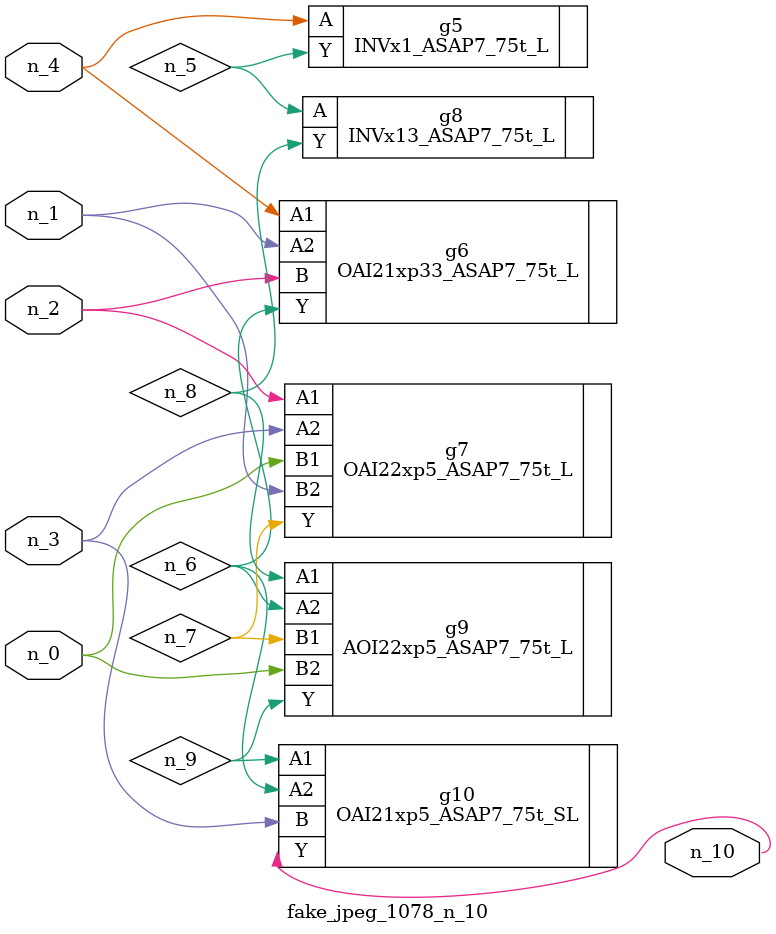
<source format=v>
module fake_jpeg_1078_n_10 (n_3, n_2, n_1, n_0, n_4, n_10);

input n_3;
input n_2;
input n_1;
input n_0;
input n_4;

output n_10;

wire n_8;
wire n_9;
wire n_6;
wire n_5;
wire n_7;

INVx1_ASAP7_75t_L g5 ( 
.A(n_4),
.Y(n_5)
);

OAI21xp33_ASAP7_75t_L g6 ( 
.A1(n_4),
.A2(n_1),
.B(n_2),
.Y(n_6)
);

OAI22xp5_ASAP7_75t_L g7 ( 
.A1(n_2),
.A2(n_3),
.B1(n_0),
.B2(n_1),
.Y(n_7)
);

INVx13_ASAP7_75t_L g8 ( 
.A(n_5),
.Y(n_8)
);

AOI22xp5_ASAP7_75t_L g9 ( 
.A1(n_8),
.A2(n_6),
.B1(n_7),
.B2(n_0),
.Y(n_9)
);

OAI21xp5_ASAP7_75t_SL g10 ( 
.A1(n_9),
.A2(n_6),
.B(n_3),
.Y(n_10)
);


endmodule
</source>
